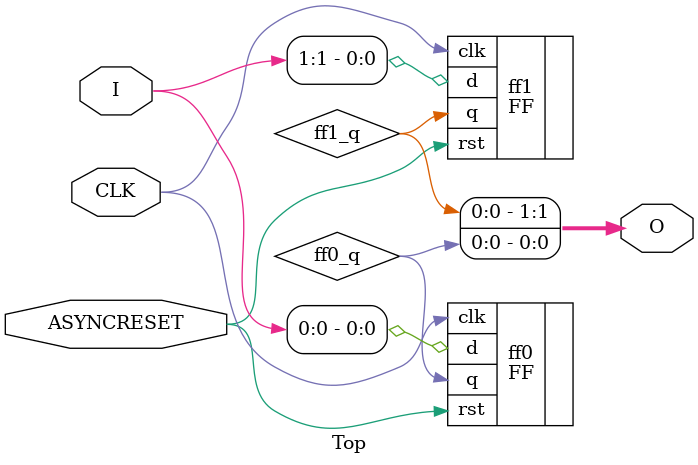
<source format=v>
module Top (input [1:0] I, output [1:0] O, input  CLK, input  ASYNCRESET);
wire  ff0_q;
wire  ff1_q;
FF #(.init(0)) ff0 (.clk(CLK), .rst(ASYNCRESET), .d(I[0]), .q(ff0_q));
FF #(.init(1)) ff1 (.clk(CLK), .rst(ASYNCRESET), .d(I[1]), .q(ff1_q));
assign O = {ff1_q,ff0_q};
endmodule


</source>
